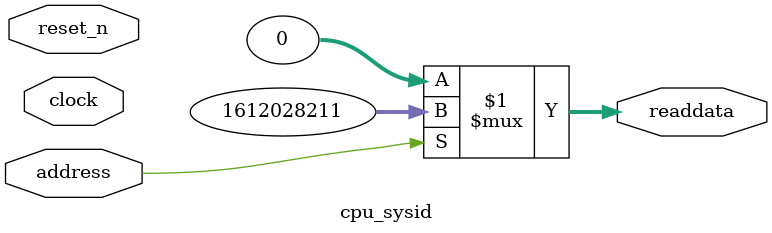
<source format=v>



// synthesis translate_off
`timescale 1ns / 1ps
// synthesis translate_on

// turn off superfluous verilog processor warnings 
// altera message_level Level1 
// altera message_off 10034 10035 10036 10037 10230 10240 10030 

module cpu_sysid (
               // inputs:
                address,
                clock,
                reset_n,

               // outputs:
                readdata
             )
;

  output  [ 31: 0] readdata;
  input            address;
  input            clock;
  input            reset_n;

  wire    [ 31: 0] readdata;
  //control_slave, which is an e_avalon_slave
  assign readdata = address ? 1612028211 : 0;

endmodule



</source>
